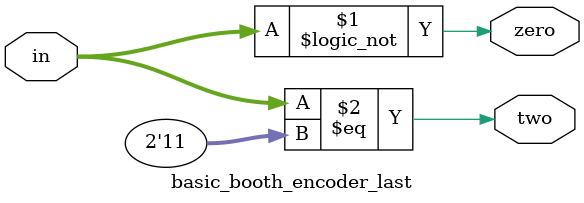
<source format=v>
`timescale 1ns / 1ps


module basic_booth_encoder(
    input [2:0] in,
    output neg,
    output two,
    output zero
    );
    assign zero=(in==3'b0||in==3'b111);
    assign neg=in[2]&(~(in[1]&in[0]));
    assign two=in[2]? ~(in[1]|in[0]):in[1]&in[0];
endmodule

module basic_booth_encoder_first(
    input [1:0] in,
    output neg,
    output two,
    output zero
    );
    assign zero=(in==2'b0);
    assign neg=in[1];
    assign two=(in==2'b10);
endmodule

module basic_booth_encoder_last(
    input [1:0] in,
    output two,
    output zero
    );
    assign zero=(in==2'b0);
    assign two=(in==2'b11);
endmodule
</source>
